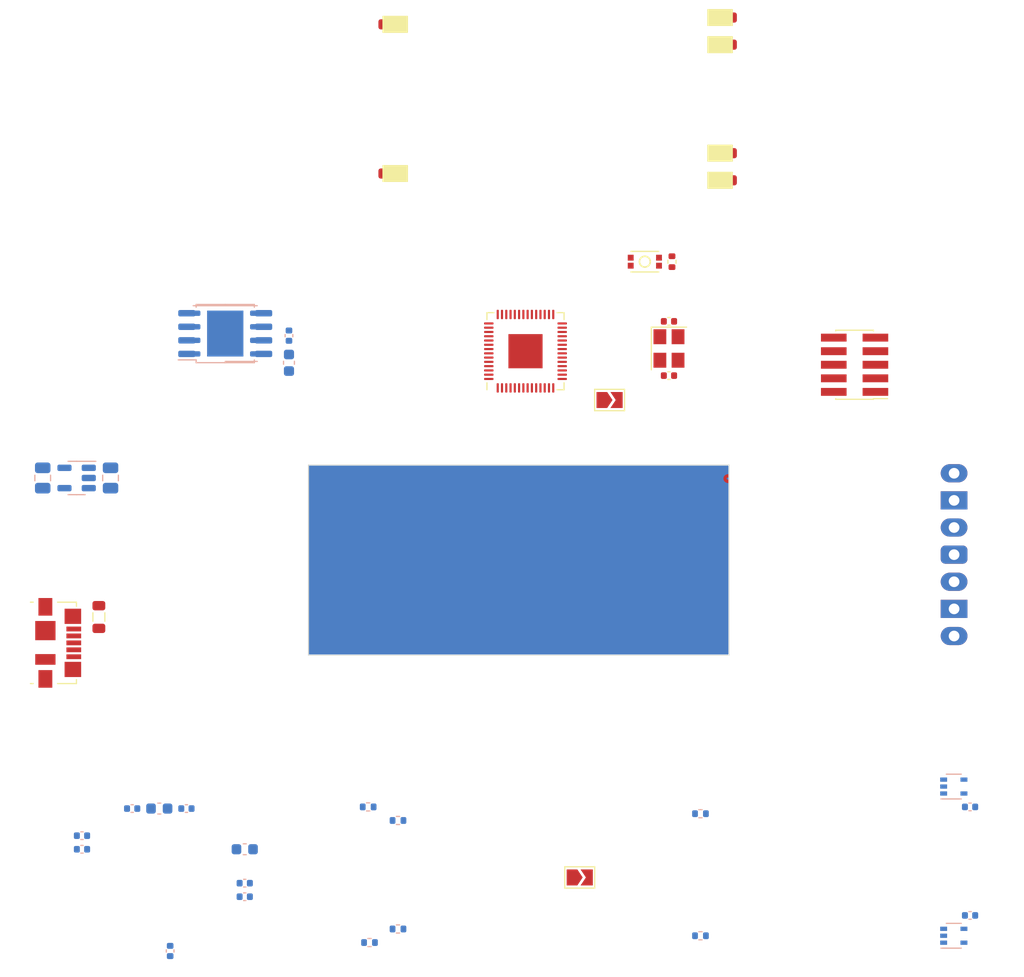
<source format=kicad_pcb>
(kicad_pcb (version 20221018) (generator pcbnew)
  (title_block (title "RP2040-PicoProbe-0010") (date "2024-01-05") (rev "1.0") (company "(c) 2024 Andriy Golovnya") (comment 1 "RP2040 based double-sided Pico Debug Probe") (comment 2 "Designed in Germany"))
  (layers (0 "F.Cu" signal) (1 "In1.Cu" power) (2 "In2.Cu" mixed) (31 "B.Cu" signal) (34 "B.Paste" user) (35 "F.Paste" user) (36 "B.SilkS" user "B.Silkscreen") (37 "F.SilkS" user "F.Silkscreen") (38 "B.Mask" user) (39 "F.Mask" user) (44 "Edge.Cuts" user))
  (net 0 "")
  (net 1 "+3V3")
  (net 2 "GND")
  (net 3 "+1V1")
  (net 4 "VUSB")
  (net 5 "XIN")
  (net 6 "XOUT")
  (net 7 "Net-(D1-A)")
  (net 8 "Net-(D2-A)")
  (net 9 "USB_DP")
  (net 10 "USB_DN")
  (net 11 "VBUS")
  (net 12 "Net-(D4-A)")
  (net 13 "Net-(D5-A)")
  (net 14 "Net-(D6-A)")
  (net 15 "Net-(D7-A)")
  (net 16 "TARGET_TX")
  (net 17 "TARGET_RX")
  (net 18 "TARGET_3V3")
  (net 22 "TARGET_RESET")
  (net 23 "LED_RX")
  (net 24 "LED_TX")
  (net 25 "LED_ACT")
  (net 26 "LED_CON")
  (net 27 "LED_RUN")
  (net 28 "Net-(R7-Pad1)")
  (net 29 "DBG_DIO")
  (net 30 "DBG_CLK")
  (net 31 "QSPI_SS")
  (net 32 "QSPI_SD1")
  (net 33 "QSPI_SD2")
  (net 34 "QSPI_SD0")
  (net 35 "QSPI_SCLK")
  (net 36 "QSPI_SD3")
  (net 38 "UART_RX_BUF")
  (net 41 "DBG_DIO_BUF")
  (net 55 "DBG_RESET")
  (net 56 "HOST_DIO")
  (net 57 "HOST_CLK")
  (net 58 "HOST_RESET")
  (net 59 "HOST_TX")
  (net 60 "HOST_RX")
  (footprint "LED_SMD:LED_0603_1608Metric" (layer "F.Cu") (at 165.8875 65.786)
    (fp_text reference "D7" hide)
    (fp_text value "YELLOW")
    (fp_line (start -1.485 -0.735) (end -1.485 0.735) (stroke (width 0.12)) (layer "F.SilkS"))
    (fp_line (start -1.485 0.735) (end 0.8 0.735) (stroke (width 0.12)) (layer "F.SilkS"))
    (fp_line (start 0.8 -0.735) (end -1.485 -0.735) (stroke (width 0.12)) (layer "F.SilkS"))
    (fp_rect (start -1.485 -0.735) (end 0.8 0.735) (stroke (width 0.1)) (fill solid) (layer "F.SilkS"))
    (pad "1" smd roundrect (at -0.7875 0) (size 0.875 0.95) (layers "F.Cu" "F.Paste" "F.Mask") (net 2 "GND"))
    (pad "2" smd roundrect (at 0.7875 0) (size 0.875 0.95) (layers "F.Cu" "F.Paste" "F.Mask") (net 15 "Net-(D7-A)"))
  )
  (footprint "Inductor_SMD:L_0805_2012Metric" (layer "F.Cu") (at 107.372 106.68 90)
    (fp_text reference "FB2" hide)
    (fp_text value "100@100MHz")
    (fp_line (start -0.399622 -0.56) (end 0.399622 -0.56) (stroke (width 0.12)) (layer "F.SilkS"))
    (fp_line (start -0.399622 0.56) (end 0.399622 0.56) (stroke (width 0.12)) (layer "F.SilkS"))
    (pad "1" smd roundrect (at -1.0625 0 90) (size 0.875 1.2) (layers "F.Cu" "F.Paste" "F.Mask") (net 11 "VBUS"))
    (pad "2" smd roundrect (at 1.0625 0 90) (size 0.875 1.2) (layers "F.Cu" "F.Paste" "F.Mask") (net 4 "VUSB"))
  )
  (footprint "LED_SMD:LED_0603_1608Metric" (layer "F.Cu") (at 134.7725 51.181 180)
    (fp_text reference "D2" hide)
    (fp_text value "RED")
    (fp_line (start -1.485 -0.735) (end -1.485 0.735) (stroke (width 0.12)) (layer "F.SilkS"))
    (fp_line (start -1.485 0.735) (end 0.8 0.735) (stroke (width 0.12)) (layer "F.SilkS"))
    (fp_line (start 0.8 -0.735) (end -1.485 -0.735) (stroke (width 0.12)) (layer "F.SilkS"))
    (fp_rect (start -1.485 -0.735) (end 0.8 0.735) (stroke (width 0.1)) (fill solid) (layer "F.SilkS"))
    (pad "1" smd roundrect (at -0.7875 0 180) (size 0.875 0.95) (layers "F.Cu" "F.Paste" "F.Mask") (net 2 "GND"))
    (pad "2" smd roundrect (at 0.7875 0 180) (size 0.875 0.95) (layers "F.Cu" "F.Paste" "F.Mask") (net 8 "Net-(D2-A)"))
  )
  (footprint "Connector_USB:USB_Micro-B_Molex_47346-0001" (layer "F.Cu") (at 103.562 109.1 -90)
    (fp_text reference "J5" hide)
    (fp_text value "USB_B_Micro")
    (fp_line (start -3.81 -1.71) (end -3.43 -1.71) (stroke (width 0.12)) (layer "F.SilkS"))
    (fp_line (start -3.81 0.06) (end -3.81 -1.71) (stroke (width 0.12)) (layer "F.SilkS"))
    (fp_line (start -3.81 2.6) (end -3.81 2.34) (stroke (width 0.12)) (layer "F.SilkS"))
    (fp_line (start 3.81 -1.71) (end 3.43 -1.71) (stroke (width 0.12)) (layer "F.SilkS"))
    (fp_line (start 3.81 -1.71) (end 3.81 0.06) (stroke (width 0.12)) (layer "F.SilkS"))
    (fp_line (start 3.81 2.34) (end 3.81 2.6) (stroke (width 0.12)) (layer "F.SilkS"))
    (pad "1" smd rect (at -1.3 -1.46 270) (size 0.45 1.38) (layers "F.Cu" "F.Paste" "F.Mask") (net 11 "VBUS"))
    (pad "2" smd rect (at -0.65 -1.46 270) (size 0.45 1.38) (layers "F.Cu" "F.Paste" "F.Mask") (net 10 "USB_DN"))
    (pad "3" smd rect (at 0 -1.46 270) (size 0.45 1.38) (layers "F.Cu" "F.Paste" "F.Mask") (net 9 "USB_DP"))
    (pad "4" smd rect (at 0.65 -1.46 270) (size 0.45 1.38) (layers "F.Cu" "F.Paste" "F.Mask"))
    (pad "5" smd rect (at 1.3 -1.46 270) (size 0.45 1.38) (layers "F.Cu" "F.Paste" "F.Mask") (net 2 "GND"))
    (pad "6" smd rect (at -3.375 1.2 270) (size 1.65 1.3) (layers "F.Cu" "F.Paste" "F.Mask"))
    (pad "6" smd rect (at -2.4875 -1.375 270) (size 1.425 1.55) (layers "F.Cu" "F.Paste" "F.Mask"))
    (pad "6" smd rect (at -1.15 1.2 270) (size 1.8 1.9) (layers "F.Cu" "F.Paste" "F.Mask"))
    (pad "6" smd rect (at 1.55 1.2 270) (size 1 1.9) (layers "F.Cu" "F.Paste" "F.Mask"))
    (pad "6" smd rect (at 2.4875 -1.375 270) (size 1.425 1.55) (layers "F.Cu" "F.Paste" "F.Mask"))
    (pad "6" smd rect (at 3.375 1.2 270) (size 1.65 1.3) (layers "F.Cu" "F.Paste" "F.Mask"))
  )
  (footprint "Capacitor_SMD:C_0402_1005Metric" (layer "F.Cu") (at 160.754 78.994)
    (fp_text reference "C20" hide)
    (fp_text value "12pF")
    (fp_line (start -0.107836 -0.36) (end 0.107836 -0.36) (stroke (width 0.12)) (layer "F.SilkS"))
    (fp_line (start -0.107836 0.36) (end 0.107836 0.36) (stroke (width 0.12)) (layer "F.SilkS"))
    (pad "1" smd roundrect (at -0.48 0) (size 0.56 0.62) (layers "F.Cu" "F.Paste" "F.Mask") (net 6 "XOUT"))
    (pad "2" smd roundrect (at 0.48 0) (size 0.56 0.62) (layers "F.Cu" "F.Paste" "F.Mask") (net 2 "GND"))
  )
  (footprint "Jumper:SolderJumper-2_P1.3mm_Open_TrianglePad1.0x1.5mm" (layer "F.Cu") (at 155.194 86.36)
    (fp_text reference "JP1" hide)
    (fp_text value "SJ_JTAG_3V3")
    (fp_line (start -1.4 -1) (end 1.4 -1) (stroke (width 0.12)) (layer "F.SilkS"))
    (fp_line (start -1.4 1) (end -1.4 -1) (stroke (width 0.12)) (layer "F.SilkS"))
    (fp_line (start 1.4 -1) (end 1.4 1) (stroke (width 0.12)) (layer "F.SilkS"))
    (fp_line (start 1.4 1) (end -1.4 1) (stroke (width 0.12)) (layer "F.SilkS"))
    (pad "1" smd custom (at -0.725 0) (size 0.3 0.3) (layers "F.Cu" "F.Mask") (net 1 "+3V3") (options (clearance outline) (anchor rect)) (primitives (gr_poly (pts (xy 1 0) (xy 0.5 0.75) (xy -0.5 0.75) (xy -0.5 -0.75) (xy 0.5 -0.75)) (width 0) (fill yes))))
    (pad "2" smd custom (at 0.725 0) (size 0.3 0.3) (layers "F.Cu" "F.Mask") (net 18 "TARGET_3V3") (options (clearance outline) (anchor rect)) (primitives (gr_poly (pts (xy 0.5 0.75) (xy -0.65 0.75) (xy -0.15 0) (xy -0.65 -0.75) (xy 0.5 -0.75)) (width 0) (fill yes))))
  )
  (footprint "Package_DFN_QFN:QFN-56-1EP_7x7mm_P0.4mm_EP3.2x3.2mm" (layer "F.Cu") (at 147.32 81.788 90)
    (fp_text reference "U2" hide)
    (fp_text value "RP2040")
    (fp_line (start -3.61 3.61) (end -3.61 2.96) (stroke (width 0.12)) (layer "F.SilkS"))
    (fp_line (start -2.96 -3.61) (end -3.61 -3.61) (stroke (width 0.12)) (layer "F.SilkS"))
    (fp_line (start -2.96 3.61) (end -3.61 3.61) (stroke (width 0.12)) (layer "F.SilkS"))
    (fp_line (start 2.96 -3.61) (end 3.61 -3.61) (stroke (width 0.12)) (layer "F.SilkS"))
    (fp_line (start 2.96 3.61) (end 3.61 3.61) (stroke (width 0.12)) (layer "F.SilkS"))
    (fp_line (start 3.61 -3.61) (end 3.61 -2.96) (stroke (width 0.12)) (layer "F.SilkS"))
    (fp_line (start 3.61 3.61) (end 3.61 2.96) (stroke (width 0.12)) (layer "F.SilkS"))
    (pad "1" smd roundrect (at -3.4375 -2.6 90) (size 0.875 0.2) (layers "F.Cu" "F.Paste" "F.Mask") (net 1 "+3V3"))
    (pad "2" smd roundrect (at -3.4375 -2.2 90) (size 0.875 0.2) (layers "F.Cu" "F.Paste" "F.Mask") (net 59 "HOST_TX"))
    (pad "3" smd roundrect (at -3.4375 -1.8 90) (size 0.875 0.2) (layers "F.Cu" "F.Paste" "F.Mask") (net 60 "HOST_RX"))
    (pad "4" smd roundrect (at -3.4375 -1.4 90) (size 0.875 0.2) (layers "F.Cu" "F.Paste" "F.Mask") (net 25 "LED_ACT"))
    (pad "5" smd roundrect (at -3.4375 -1 90) (size 0.875 0.2) (layers "F.Cu" "F.Paste" "F.Mask"))
    (pad "6" smd roundrect (at -3.4375 -0.6 90) (size 0.875 0.2) (layers "F.Cu" "F.Paste" "F.Mask") (net 16 "TARGET_TX"))
    (pad "7" smd roundrect (at -3.4375 -0.2 90) (size 0.875 0.2) (layers "F.Cu" "F.Paste" "F.Mask") (net 38 "UART_RX_BUF"))
    (pad "8" smd roundrect (at -3.4375 0.2 90) (size 0.875 0.2) (layers "F.Cu" "F.Paste" "F.Mask") (net 17 "TARGET_RX"))
    (pad "9" smd roundrect (at -3.4375 0.6 90) (size 0.875 0.2) (layers "F.Cu" "F.Paste" "F.Mask") (net 23 "LED_RX"))
    (pad "10" smd roundrect (at -3.4375 1 90) (size 0.875 0.2) (layers "F.Cu" "F.Paste" "F.Mask") (net 1 "+3V3"))
    (pad "11" smd roundrect (at -3.4375 1.4 90) (size 0.875 0.2) (layers "F.Cu" "F.Paste" "F.Mask") (net 24 "LED_TX"))
    (pad "12" smd roundrect (at -3.4375 1.8 90) (size 0.875 0.2) (layers "F.Cu" "F.Paste" "F.Mask"))
    (pad "13" smd roundrect (at -3.4375 2.2 90) (size 0.875 0.2) (layers "F.Cu" "F.Paste" "F.Mask") (net 55 "DBG_RESET"))
    (pad "14" smd roundrect (at -3.4375 2.6 90) (size 0.875 0.2) (layers "F.Cu" "F.Paste" "F.Mask"))
    (pad "15" smd roundrect (at -2.6 3.4375 90) (size 0.2 0.875) (layers "F.Cu" "F.Paste" "F.Mask") (net 30 "DBG_CLK"))
    (pad "16" smd roundrect (at -2.2 3.4375 90) (size 0.2 0.875) (layers "F.Cu" "F.Paste" "F.Mask") (net 41 "DBG_DIO_BUF"))
    (pad "17" smd roundrect (at -1.8 3.4375 90) (size 0.2 0.875) (layers "F.Cu" "F.Paste" "F.Mask") (net 29 "DBG_DIO"))
    (pad "18" smd roundrect (at -1.4 3.4375 90) (size 0.2 0.875) (layers "F.Cu" "F.Paste" "F.Mask") (net 26 "LED_CON"))
    (pad "19" smd roundrect (at -1 3.4375 90) (size 0.2 0.875) (layers "F.Cu" "F.Paste" "F.Mask") (net 2 "GND"))
    (pad "20" smd roundrect (at -0.6 3.4375 90) (size 0.2 0.875) (layers "F.Cu" "F.Paste" "F.Mask") (net 5 "XIN"))
    (pad "21" smd roundrect (at -0.2 3.4375 90) (size 0.2 0.875) (layers "F.Cu" "F.Paste" "F.Mask") (net 6 "XOUT"))
    (pad "22" smd roundrect (at 0.2 3.4375 90) (size 0.2 0.875) (layers "F.Cu" "F.Paste" "F.Mask") (net 1 "+3V3"))
    (pad "23" smd roundrect (at 0.6 3.4375 90) (size 0.2 0.875) (layers "F.Cu" "F.Paste" "F.Mask") (net 3 "+1V1"))
    (pad "24" smd roundrect (at 1 3.4375 90) (size 0.2 0.875) (layers "F.Cu" "F.Paste" "F.Mask") (net 57 "HOST_CLK"))
    (pad "25" smd roundrect (at 1.4 3.4375 90) (size 0.2 0.875) (layers "F.Cu" "F.Paste" "F.Mask") (net 56 "HOST_DIO"))
    (pad "26" smd roundrect (at 1.8 3.4375 90) (size 0.2 0.875) (layers "F.Cu" "F.Paste" "F.Mask") (net 58 "HOST_RESET"))
    (pad "27" smd roundrect (at 2.2 3.4375 90) (size 0.2 0.875) (layers "F.Cu" "F.Paste" "F.Mask") (net 27 "LED_RUN"))
    (pad "28" smd roundrect (at 2.6 3.4375 90) (size 0.2 0.875) (layers "F.Cu" "F.Paste" "F.Mask"))
    (pad "29" smd roundrect (at 3.4375 2.6 90) (size 0.875 0.2) (layers "F.Cu" "F.Paste" "F.Mask"))
    (pad "30" smd roundrect (at 3.4375 2.2 90) (size 0.875 0.2) (layers "F.Cu" "F.Paste" "F.Mask"))
    (pad "31" smd roundrect (at 3.4375 1.8 90) (size 0.875 0.2) (layers "F.Cu" "F.Paste" "F.Mask"))
    (pad "32" smd roundrect (at 3.4375 1.4 90) (size 0.875 0.2) (layers "F.Cu" "F.Paste" "F.Mask"))
    (pad "33" smd roundrect (at 3.4375 1 90) (size 0.875 0.2) (layers "F.Cu" "F.Paste" "F.Mask") (net 1 "+3V3"))
    (pad "34" smd roundrect (at 3.4375 0.6 90) (size 0.875 0.2) (layers "F.Cu" "F.Paste" "F.Mask"))
    (pad "35" smd roundrect (at 3.4375 0.2 90) (size 0.875 0.2) (layers "F.Cu" "F.Paste" "F.Mask"))
    (pad "36" smd roundrect (at 3.4375 -0.2 90) (size 0.875 0.2) (layers "F.Cu" "F.Paste" "F.Mask"))
    (pad "37" smd roundrect (at 3.4375 -0.6 90) (size 0.875 0.2) (layers "F.Cu" "F.Paste" "F.Mask"))
    (pad "38" smd roundrect (at 3.4375 -1 90) (size 0.875 0.2) (layers "F.Cu" "F.Paste" "F.Mask"))
    (pad "39" smd roundrect (at 3.4375 -1.4 90) (size 0.875 0.2) (layers "F.Cu" "F.Paste" "F.Mask"))
    (pad "40" smd roundrect (at 3.4375 -1.8 90) (size 0.875 0.2) (layers "F.Cu" "F.Paste" "F.Mask"))
    (pad "41" smd roundrect (at 3.4375 -2.2 90) (size 0.875 0.2) (layers "F.Cu" "F.Paste" "F.Mask"))
    (pad "42" smd roundrect (at 3.4375 -2.6 90) (size 0.875 0.2) (layers "F.Cu" "F.Paste" "F.Mask") (net 1 "+3V3"))
    (pad "43" smd roundrect (at 2.6 -3.4375 90) (size 0.2 0.875) (layers "F.Cu" "F.Paste" "F.Mask") (net 1 "+3V3"))
    (pad "44" smd roundrect (at 2.2 -3.4375 90) (size 0.2 0.875) (layers "F.Cu" "F.Paste" "F.Mask") (net 1 "+3V3"))
    (pad "45" smd roundrect (at 1.8 -3.4375 90) (size 0.2 0.875) (layers "F.Cu" "F.Paste" "F.Mask") (net 3 "+1V1"))
    (pad "46" smd roundrect (at 1.4 -3.4375 90) (size 0.2 0.875) (layers "F.Cu" "F.Paste" "F.Mask") (net 10 "USB_DN"))
    (pad "47" smd roundrect (at 1 -3.4375 90) (size 0.2 0.875) (layers "F.Cu" "F.Paste" "F.Mask") (net 9 "USB_DP"))
    (pad "48" smd roundrect (at 0.6 -3.4375 90) (size 0.2 0.875) (layers "F.Cu" "F.Paste" "F.Mask") (net 1 "+3V3"))
    (pad "49" smd roundrect (at 0.2 -3.4375 90) (size 0.2 0.875) (layers "F.Cu" "F.Paste" "F.Mask") (net 1 "+3V3"))
    (pad "50" smd roundrect (at -0.2 -3.4375 90) (size 0.2 0.875) (layers "F.Cu" "F.Paste" "F.Mask") (net 3 "+1V1"))
    (pad "51" smd roundrect (at -0.6 -3.4375 90) (size 0.2 0.875) (layers "F.Cu" "F.Paste" "F.Mask") (net 36 "QSPI_SD3"))
    (pad "52" smd roundrect (at -1 -3.4375 90) (size 0.2 0.875) (layers "F.Cu" "F.Paste" "F.Mask") (net 35 "QSPI_SCLK"))
    (pad "53" smd roundrect (at -1.4 -3.4375 90) (size 0.2 0.875) (layers "F.Cu" "F.Paste" "F.Mask") (net 34 "QSPI_SD0"))
    (pad "54" smd roundrect (at -1.8 -3.4375 90) (size 0.2 0.875) (layers "F.Cu" "F.Paste" "F.Mask") (net 33 "QSPI_SD2"))
    (pad "55" smd roundrect (at -2.2 -3.4375 90) (size 0.2 0.875) (layers "F.Cu" "F.Paste" "F.Mask") (net 32 "QSPI_SD1"))
    (pad "56" smd roundrect (at -2.6 -3.4375 90) (size 0.2 0.875) (layers "F.Cu" "F.Paste" "F.Mask") (net 31 "QSPI_SS"))
    (pad "57" smd rect (at 0 0 90) (size 3.2 3.2) (layers "F.Cu" "F.Mask") (net 2 "GND"))
  )
  (footprint "Resistor_SMD:R_0402_1005Metric" (layer "F.Cu") (at 161.036 73.406 90)
    (fp_text reference "R7" hide)
    (fp_text value "1k")
    (fp_line (start -0.153641 -0.38) (end 0.153641 -0.38) (stroke (width 0.12)) (layer "F.SilkS"))
    (fp_line (start -0.153641 0.38) (end 0.153641 0.38) (stroke (width 0.12)) (layer "F.SilkS"))
    (pad "1" smd roundrect (at -0.51 0 90) (size 0.54 0.64) (layers "F.Cu" "F.Paste" "F.Mask") (net 28 "Net-(R7-Pad1)"))
    (pad "2" smd roundrect (at 0.51 0 90) (size 0.54 0.64) (layers "F.Cu" "F.Paste" "F.Mask") (net 2 "GND"))
  )
  (footprint "Capacitor_SMD:C_0402_1005Metric" (layer "F.Cu") (at 160.754 84.074 180)
    (fp_text reference "C19" hide)
    (fp_text value "12pF")
    (fp_line (start -0.107836 -0.36) (end 0.107836 -0.36) (stroke (width 0.12)) (layer "F.SilkS"))
    (fp_line (start -0.107836 0.36) (end 0.107836 0.36) (stroke (width 0.12)) (layer "F.SilkS"))
    (pad "1" smd roundrect (at -0.48 0 180) (size 0.56 0.62) (layers "F.Cu" "F.Paste" "F.Mask") (net 5 "XIN"))
    (pad "2" smd roundrect (at 0.48 0 180) (size 0.56 0.62) (layers "F.Cu" "F.Paste" "F.Mask") (net 2 "GND"))
  )
  (footprint "Connector_PinHeader_1.27mm:PinHeader_2x05_P1.27mm_Vertical_SMD" (layer "F.Cu") (at 178.136 83.058 180)
    (fp_text reference "J7" hide)
    (fp_text value "CONN_DBG_JTAG")
    (fp_line (start -3.09 -3.17) (end -1.765 -3.17) (stroke (width 0.12)) (layer "F.SilkS"))
    (fp_line (start -1.765 -3.235) (end -1.765 -3.17) (stroke (width 0.12)) (layer "F.SilkS"))
    (fp_line (start -1.765 -3.235) (end 1.765 -3.235) (stroke (width 0.12)) (layer "F.SilkS"))
    (fp_line (start -1.765 3.17) (end -1.765 3.235) (stroke (width 0.12)) (layer "F.SilkS"))
    (fp_line (start -1.765 3.235) (end 1.765 3.235) (stroke (width 0.12)) (layer "F.SilkS"))
    (fp_line (start 1.765 -3.235) (end 1.765 -3.17) (stroke (width 0.12)) (layer "F.SilkS"))
    (fp_line (start 1.765 3.17) (end 1.765 3.235) (stroke (width 0.12)) (layer "F.SilkS"))
    (pad "1" smd rect (at -1.95 -2.54 180) (size 2.4 0.74) (layers "F.Cu" "F.Paste" "F.Mask") (net 18 "TARGET_3V3"))
    (pad "2" smd rect (at 1.95 -2.54 180) (size 2.4 0.74) (layers "F.Cu" "F.Paste" "F.Mask") (net 29 "DBG_DIO"))
    (pad "3" smd rect (at -1.95 -1.27 180) (size 2.4 0.74) (layers "F.Cu" "F.Paste" "F.Mask") (net 2 "GND"))
    (pad "4" smd rect (at 1.95 -1.27 180) (size 2.4 0.74) (layers "F.Cu" "F.Paste" "F.Mask") (net 30 "DBG_CLK"))
    (pad "5" smd rect (at -1.95 0 180) (size 2.4 0.74) (layers "F.Cu" "F.Paste" "F.Mask") (net 2 "GND"))
    (pad "6" smd rect (at 1.95 0 180) (size 2.4 0.74) (layers "F.Cu" "F.Paste" "F.Mask"))
    (pad "7" smd rect (at -1.95 1.27 180) (size 2.4 0.74) (layers "F.Cu" "F.Paste" "F.Mask"))
    (pad "8" smd rect (at 1.95 1.27 180) (size 2.4 0.74) (layers "F.Cu" "F.Paste" "F.Mask"))
    (pad "9" smd rect (at -1.95 2.54 180) (size 2.4 0.74) (layers "F.Cu" "F.Paste" "F.Mask") (net 2 "GND"))
    (pad "10" smd rect (at 1.95 2.54 180) (size 2.4 0.74) (layers "F.Cu" "F.Paste" "F.Mask") (net 22 "TARGET_RESET"))
  )
  (footprint "Connector_PinSocket_2.54mm:PinSocket_1x07_P2.54mm_Vertical" (layer "F.Cu") (at 187.452 93.218)
    (fp_text reference "J2" hide)
    (fp_text value "CONN_DBG_COMB")
    (pad "1" thru_hole oval (at 0 0) (size 2.5 1.7) (drill 1) (layers "*.Cu" "*.Mask") (net 16 "TARGET_TX"))
    (pad "2" thru_hole rect (at 0 2.54) (size 2.5 1.7) (drill 1) (layers "*.Cu" "*.Mask") (net 2 "GND"))
    (pad "3" thru_hole oval (at 0 5.08) (size 2.5 1.7) (drill 1) (layers "*.Cu" "*.Mask") (net 17 "TARGET_RX"))
    (pad "4" thru_hole roundrect (at 0 7.62) (size 2.5 1.7) (drill 1) (layers "*.Cu" "*.Mask") (net 1 "+3V3"))
    (pad "5" thru_hole oval (at 0 10.16) (size 2.5 1.7) (drill 1) (layers "*.Cu" "*.Mask") (net 30 "DBG_CLK"))
    (pad "6" thru_hole rect (at 0 12.7) (size 2.5 1.7) (drill 1) (layers "*.Cu" "*.Mask") (net 2 "GND"))
    (pad "7" thru_hole oval (at 0 15.24) (size 2.5 1.7) (drill 1) (layers "*.Cu" "*.Mask") (net 29 "DBG_DIO"))
  )
  (footprint "lib:SW_EVPBB0AAB000" (layer "F.Cu") (at 158.496 73.406)
    (fp_text reference "S1" hide)
    (fp_text value "BOOTSEL")
    (fp_line (start -1.3 -0.9635) (end 1.3 -0.9635) (stroke (width 0.127)) (layer "F.SilkS"))
    (fp_line (start -1.3 0.9635) (end 1.3 0.9635) (stroke (width 0.127)) (layer "F.SilkS"))
    (pad "A1" smd rect (at -1.325 -0.375) (size 0.55 0.55) (layers "F.Cu" "F.Mask") (net 31 "QSPI_SS"))
    (pad "A2" smd rect (at -1.325 0.375) (size 0.55 0.55) (layers "F.Cu" "F.Mask") (net 31 "QSPI_SS"))
    (pad "B1" smd rect (at 1.325 -0.375) (size 0.55 0.55) (layers "F.Cu" "F.Mask") (net 28 "Net-(R7-Pad1)"))
    (pad "B2" smd rect (at 1.325 0.375) (size 0.55 0.55) (layers "F.Cu" "F.Mask") (net 28 "Net-(R7-Pad1)"))
    (zone (net 0) (net_name "") (layer "F.Cu") (connect_pads (clearance 0)) (min_thickness 0.01)
      (keepout (tracks not_allowed) (vias not_allowed) (pads not_allowed) (copperpour not_allowed) (footprints allowed))
      (fill (thermal_gap 0.508) (thermal_bridge_width 0.508))
      (polygon (pts (xy 157.49364 72.606) (xy 159.496 72.606) (xy 159.496 74.207888) (xy 157.49364 74.207888)))
    )
  )
  (footprint "LED_SMD:LED_0603_1608Metric" (layer "F.Cu") (at 165.8875 53.086)
    (fp_text reference "D1" hide)
    (fp_text value "GREEN")
    (fp_line (start -1.485 -0.735) (end -1.485 0.735) (stroke (width 0.12)) (layer "F.SilkS"))
    (fp_line (start -1.485 0.735) (end 0.8 0.735) (stroke (width 0.12)) (layer "F.SilkS"))
    (fp_line (start 0.8 -0.735) (end -1.485 -0.735) (stroke (width 0.12)) (layer "F.SilkS"))
    (fp_rect (start -1.485 -0.735) (end 0.8 0.735) (stroke (width 0.1)) (fill solid) (layer "F.SilkS"))
    (pad "1" smd roundrect (at -0.7875 0) (size 0.875 0.95) (layers "F.Cu" "F.Paste" "F.Mask") (net 2 "GND"))
    (pad "2" smd roundrect (at 0.7875 0) (size 0.875 0.95) (layers "F.Cu" "F.Paste" "F.Mask") (net 7 "Net-(D1-A)"))
  )
  (footprint "LED_SMD:LED_0603_1608Metric" (layer "F.Cu") (at 165.8875 50.546)
    (fp_text reference "D4" hide)
    (fp_text value "YELLOW")
    (fp_line (start -1.485 -0.735) (end -1.485 0.735) (stroke (width 0.12)) (layer "F.SilkS"))
    (fp_line (start -1.485 0.735) (end 0.8 0.735) (stroke (width 0.12)) (layer "F.SilkS"))
    (fp_line (start 0.8 -0.735) (end -1.485 -0.735) (stroke (width 0.12)) (layer "F.SilkS"))
    (fp_rect (start -1.485 -0.735) (end 0.8 0.735) (stroke (width 0.1)) (fill solid) (layer "F.SilkS"))
    (pad "1" smd roundrect (at -0.7875 0) (size 0.875 0.95) (layers "F.Cu" "F.Paste" "F.Mask") (net 2 "GND"))
    (pad "2" smd roundrect (at 0.7875 0) (size 0.875 0.95) (layers "F.Cu" "F.Paste" "F.Mask") (net 12 "Net-(D4-A)"))
  )
  (footprint "LED_SMD:LED_0603_1608Metric" (layer "F.Cu") (at 134.7725 65.151 180)
    (fp_text reference "D5" hide)
    (fp_text value "RED")
    (fp_line (start -1.485 -0.735) (end -1.485 0.735) (stroke (width 0.12)) (layer "F.SilkS"))
    (fp_line (start -1.485 0.735) (end 0.8 0.735) (stroke (width 0.12)) (layer "F.SilkS"))
    (fp_line (start 0.8 -0.735) (end -1.485 -0.735) (stroke (width 0.12)) (layer "F.SilkS"))
    (fp_rect (start -1.485 -0.735) (end 0.8 0.735) (stroke (width 0.1)) (fill solid) (layer "F.SilkS"))
    (pad "1" smd roundrect (at -0.7875 0 180) (size 0.875 0.95) (layers "F.Cu" "F.Paste" "F.Mask") (net 2 "GND"))
    (pad "2" smd roundrect (at 0.7875 0 180) (size 0.875 0.95) (layers "F.Cu" "F.Paste" "F.Mask") (net 13 "Net-(D5-A)"))
  )
  (footprint "Crystal:Crystal_SMD_3225-4Pin_3.2x2.5mm" (layer "F.Cu") (at 160.754 81.534 -90)
    (fp_text reference "Y1" hide)
    (fp_text value "12MHz")
    (fp_line (start -2 -1.65) (end -2 1.65) (stroke (width 0.12)) (layer "F.SilkS"))
    (fp_line (start -2 1.65) (end 2 1.65) (stroke (width 0.12)) (layer "F.SilkS"))
    (pad "1" smd rect (at -1.1 0.85 270) (size 1.4 1.2) (layers "F.Cu" "F.Paste" "F.Mask") (net 6 "XOUT"))
    (pad "2" smd rect (at 1.1 0.85 270) (size 1.4 1.2) (layers "F.Cu" "F.Paste" "F.Mask") (net 2 "GND"))
    (pad "3" smd rect (at 1.1 -0.85 270) (size 1.4 1.2) (layers "F.Cu" "F.Paste" "F.Mask") (net 5 "XIN"))
    (pad "4" smd rect (at -1.1 -0.85 270) (size 1.4 1.2) (layers "F.Cu" "F.Paste" "F.Mask") (net 2 "GND"))
  )
  (footprint "Jumper:SolderJumper-2_P1.3mm_Open_TrianglePad1.0x1.5mm" (layer "F.Cu") (at 152.4 131.064)
    (fp_text reference "JP2" hide)
    (fp_text value "SJ_RESET")
    (fp_line (start -1.4 -1) (end 1.4 -1) (stroke (width 0.12)) (layer "F.SilkS"))
    (fp_line (start -1.4 1) (end -1.4 -1) (stroke (width 0.12)) (layer "F.SilkS"))
    (fp_line (start 1.4 -1) (end 1.4 1) (stroke (width 0.12)) (layer "F.SilkS"))
    (fp_line (start 1.4 1) (end -1.4 1) (stroke (width 0.12)) (layer "F.SilkS"))
    (pad "1" smd custom (at -0.725 0) (size 0.3 0.3) (layers "F.Cu" "F.Mask") (net 55 "DBG_RESET") (options (clearance outline) (anchor rect)) (primitives (gr_poly (pts (xy 1 0) (xy 0.5 0.75) (xy -0.5 0.75) (xy -0.5 -0.75) (xy 0.5 -0.75)) (width 0) (fill yes))))
    (pad "2" smd custom (at 0.725 0) (size 0.3 0.3) (layers "F.Cu" "F.Mask") (net 22 "TARGET_RESET") (options (clearance outline) (anchor rect)) (primitives (gr_poly (pts (xy 0.5 0.75) (xy -0.65 0.75) (xy -0.15 0) (xy -0.65 -0.75) (xy 0.5 -0.75)) (width 0) (fill yes))))
  )
  (footprint "LED_SMD:LED_0603_1608Metric" (layer "F.Cu") (at 165.8875 63.246)
    (fp_text reference "D6" hide)
    (fp_text value "GREEN")
    (fp_line (start -1.485 -0.735) (end -1.485 0.735) (stroke (width 0.12)) (layer "F.SilkS"))
    (fp_line (start -1.485 0.735) (end 0.8 0.735) (stroke (width 0.12)) (layer "F.SilkS"))
    (fp_line (start 0.8 -0.735) (end -1.485 -0.735) (stroke (width 0.12)) (layer "F.SilkS"))
    (fp_rect (start -1.485 -0.735) (end 0.8 0.735) (stroke (width 0.1)) (fill solid) (layer "F.SilkS"))
    (pad "1" smd roundrect (at -0.7875 0) (size 0.875 0.95) (layers "F.Cu" "F.Paste" "F.Mask") (net 2 "GND"))
    (pad "2" smd roundrect (at 0.7875 0) (size 0.875 0.95) (layers "F.Cu" "F.Paste" "F.Mask") (net 14 "Net-(D6-A)"))
  )
  (footprint "Capacitor_SMD:C_0402_1005Metric" (layer "B.Cu") (at 110.49 124.615 180)
    (fp_text reference "C4" hide)
    (fp_text value "100nF")
    (fp_line (start -0.107836 -0.36) (end 0.107836 -0.36) (stroke (width 0.12)) (layer "B.SilkS"))
    (fp_line (start -0.107836 0.36) (end 0.107836 0.36) (stroke (width 0.12)) (layer "B.SilkS"))
    (pad "1" smd roundrect (at -0.48 0 180) (size 0.56 0.62) (layers "B.Cu" "B.Paste" "B.Mask") (net 1 "+3V3"))
    (pad "2" smd roundrect (at 0.48 0 180) (size 0.56 0.62) (layers "B.Cu" "B.Paste" "B.Mask") (net 2 "GND"))
  )
  (footprint "Capacitor_SMD:C_0603_1608Metric" (layer "B.Cu") (at 121.031 128.425)
    (fp_text reference "C5" hide)
    (fp_text value "2.2uF")
    (fp_line (start -0.14058 -0.51) (end 0.14058 -0.51) (stroke (width 0.12)) (layer "B.SilkS"))
    (fp_line (start -0.14058 0.51) (end 0.14058 0.51) (stroke (width 0.12)) (layer "B.SilkS"))
    (pad "1" smd roundrect (at -0.775 0) (size 0.9 0.95) (layers "B.Cu" "B.Paste" "B.Mask") (net 3 "+1V1"))
    (pad "2" smd roundrect (at 0.775 0) (size 0.9 0.95) (layers "B.Cu" "B.Paste" "B.Mask") (net 2 "GND"))
  )
  (footprint "Capacitor_SMD:C_0402_1005Metric" (layer "B.Cu") (at 105.791 128.425 180)
    (fp_text reference "C11" hide)
    (fp_text value "100nF")
    (fp_line (start -0.107836 -0.36) (end 0.107836 -0.36) (stroke (width 0.12)) (layer "B.SilkS"))
    (fp_line (start -0.107836 0.36) (end 0.107836 0.36) (stroke (width 0.12)) (layer "B.SilkS"))
    (pad "1" smd roundrect (at -0.48 0 180) (size 0.56 0.62) (layers "B.Cu" "B.Paste" "B.Mask") (net 1 "+3V3"))
    (pad "2" smd roundrect (at 0.48 0 180) (size 0.56 0.62) (layers "B.Cu" "B.Paste" "B.Mask") (net 2 "GND"))
  )
  (footprint "Package_TO_SOT_SMD:SOT-353_SC-70-5" (layer "B.Cu") (at 187.424 122.555)
    (fp_text reference "U3" hide)
    (fp_text value "74AUP1T17")
    (fp_line (start -0.7 -1.16) (end 0.7 -1.16) (stroke (width 0.12)) (layer "B.SilkS"))
    (fp_line (start 0.7 1.16) (end -1.2 1.16) (stroke (width 0.12)) (layer "B.SilkS"))
    (pad "1" smd rect (at -0.95 0.65) (size 0.65 0.4) (layers "B.Cu" "B.Paste" "B.Mask"))
    (pad "2" smd rect (at -0.95 0) (size 0.65 0.4) (layers "B.Cu" "B.Paste" "B.Mask") (net 17 "TARGET_RX"))
    (pad "3" smd rect (at -0.95 -0.65) (size 0.65 0.4) (layers "B.Cu" "B.Paste" "B.Mask") (net 2 "GND"))
    (pad "4" smd rect (at 0.95 -0.65) (size 0.65 0.4) (layers "B.Cu" "B.Paste" "B.Mask") (net 38 "UART_RX_BUF"))
    (pad "5" smd rect (at 0.95 0.65) (size 0.65 0.4) (layers "B.Cu" "B.Paste" "B.Mask") (net 1 "+3V3"))
  )
  (footprint "Capacitor_SMD:C_0402_1005Metric" (layer "B.Cu") (at 121.031 132.87)
    (fp_text reference "C9" hide)
    (fp_text value "100nF")
    (fp_line (start -0.107836 -0.36) (end 0.107836 -0.36) (stroke (width 0.12)) (layer "B.SilkS"))
    (fp_line (start -0.107836 0.36) (end 0.107836 0.36) (stroke (width 0.12)) (layer "B.SilkS"))
    (pad "1" smd roundrect (at -0.48 0) (size 0.56 0.62) (layers "B.Cu" "B.Paste" "B.Mask") (net 3 "+1V1"))
    (pad "2" smd roundrect (at 0.48 0) (size 0.56 0.62) (layers "B.Cu" "B.Paste" "B.Mask") (net 2 "GND"))
  )
  (footprint "Package_TO_SOT_SMD:SOT-353_SC-70-5" (layer "B.Cu") (at 187.424 136.525)
    (fp_text reference "U6" hide)
    (fp_text value "74AUP1T17")
    (fp_line (start -0.7 -1.16) (end 0.7 -1.16) (stroke (width 0.12)) (layer "B.SilkS"))
    (fp_line (start 0.7 1.16) (end -1.2 1.16) (stroke (width 0.12)) (layer "B.SilkS"))
    (pad "1" smd rect (at -0.95 0.65) (size 0.65 0.4) (layers "B.Cu" "B.Paste" "B.Mask"))
    (pad "2" smd rect (at -0.95 0) (size 0.65 0.4) (layers "B.Cu" "B.Paste" "B.Mask") (net 29 "DBG_DIO"))
    (pad "3" smd rect (at -0.95 -0.65) (size 0.65 0.4) (layers "B.Cu" "B.Paste" "B.Mask") (net 2 "GND"))
    (pad "4" smd rect (at 0.95 -0.65) (size 0.65 0.4) (layers "B.Cu" "B.Paste" "B.Mask") (net 41 "DBG_DIO_BUF"))
    (pad "5" smd rect (at 0.95 0.65) (size 0.65 0.4) (layers "B.Cu" "B.Paste" "B.Mask") (net 1 "+3V3"))
  )
  (footprint "Capacitor_SMD:C_0402_1005Metric" (layer "B.Cu") (at 188.948 124.46)
    (fp_text reference "C17" hide)
    (fp_text value "100nF")
    (fp_line (start -0.107836 -0.36) (end 0.107836 -0.36) (stroke (width 0.12)) (layer "B.SilkS"))
    (fp_line (start -0.107836 0.36) (end 0.107836 0.36) (stroke (width 0.12)) (layer "B.SilkS"))
    (pad "1" smd roundrect (at -0.48 0) (size 0.56 0.62) (layers "B.Cu" "B.Paste" "B.Mask") (net 1 "+3V3"))
    (pad "2" smd roundrect (at 0.48 0) (size 0.56 0.62) (layers "B.Cu" "B.Paste" "B.Mask") (net 2 "GND"))
  )
  (footprint "Capacitor_SMD:C_0603_1608Metric" (layer "B.Cu") (at 113.03 124.615)
    (fp_text reference "C1" hide)
    (fp_text value "2.2uF")
    (fp_line (start -0.14058 -0.51) (end 0.14058 -0.51) (stroke (width 0.12)) (layer "B.SilkS"))
    (fp_line (start -0.14058 0.51) (end 0.14058 0.51) (stroke (width 0.12)) (layer "B.SilkS"))
    (pad "1" smd roundrect (at -0.775 0) (size 0.9 0.95) (layers "B.Cu" "B.Paste" "B.Mask") (net 1 "+3V3"))
    (pad "2" smd roundrect (at 0.775 0) (size 0.9 0.95) (layers "B.Cu" "B.Paste" "B.Mask") (net 2 "GND"))
  )
  (footprint "Resistor_SMD:R_0402_1005Metric" (layer "B.Cu") (at 163.703 136.525)
    (fp_text reference "R3" hide)
    (fp_text value "1k")
    (fp_line (start -0.153641 -0.38) (end 0.153641 -0.38) (stroke (width 0.12)) (layer "B.SilkS"))
    (fp_line (start -0.153641 0.38) (end 0.153641 0.38) (stroke (width 0.12)) (layer "B.SilkS"))
    (pad "1" smd roundrect (at -0.51 0) (size 0.54 0.64) (layers "B.Cu" "B.Paste" "B.Mask") (net 25 "LED_ACT"))
    (pad "2" smd roundrect (at 0.51 0) (size 0.54 0.64) (layers "B.Cu" "B.Paste" "B.Mask") (net 13 "Net-(D5-A)"))
  )
  (footprint "Capacitor_SMD:C_0402_1005Metric" (layer "B.Cu") (at 188.948 134.62)
    (fp_text reference "C13" hide)
    (fp_text value "100nF")
    (fp_line (start -0.107836 -0.36) (end 0.107836 -0.36) (stroke (width 0.12)) (layer "B.SilkS"))
    (fp_line (start -0.107836 0.36) (end 0.107836 0.36) (stroke (width 0.12)) (layer "B.SilkS"))
    (pad "1" smd roundrect (at -0.48 0) (size 0.56 0.62) (layers "B.Cu" "B.Paste" "B.Mask") (net 1 "+3V3"))
    (pad "2" smd roundrect (at 0.48 0) (size 0.56 0.62) (layers "B.Cu" "B.Paste" "B.Mask") (net 2 "GND"))
  )
  (footprint "Capacitor_SMD:C_0805_2012Metric" (layer "B.Cu") (at 102.1135 93.66 90)
    (fp_text reference "C14" hide)
    (fp_text value "10uF")
    (fp_line (start -0.261252 -0.735) (end 0.261252 -0.735) (stroke (width 0.12)) (layer "B.SilkS"))
    (fp_line (start -0.261252 0.735) (end 0.261252 0.735) (stroke (width 0.12)) (layer "B.SilkS"))
    (pad "1" smd roundrect (at -0.95 0 90) (size 1 1.45) (layers "B.Cu" "B.Paste" "B.Mask") (net 1 "+3V3"))
    (pad "2" smd roundrect (at 0.95 0 90) (size 1 1.45) (layers "B.Cu" "B.Paste" "B.Mask") (net 2 "GND"))
  )
  (footprint "Resistor_SMD:R_0402_1005Metric" (layer "B.Cu") (at 132.713 137.16 180)
    (fp_text reference "R5" hide)
    (fp_text value "1k")
    (fp_line (start -0.153641 -0.38) (end 0.153641 -0.38) (stroke (width 0.12)) (layer "B.SilkS"))
    (fp_line (start -0.153641 0.38) (end 0.153641 0.38) (stroke (width 0.12)) (layer "B.SilkS"))
    (pad "1" smd roundrect (at -0.51 0 180) (size 0.54 0.64) (layers "B.Cu" "B.Paste" "B.Mask") (net 27 "LED_RUN"))
    (pad "2" smd roundrect (at 0.51 0 180) (size 0.54 0.64) (layers "B.Cu" "B.Paste" "B.Mask") (net 15 "Net-(D7-A)"))
  )
  (footprint "Capacitor_SMD:C_0402_1005Metric" (layer "B.Cu") (at 105.791 127.155 180)
    (fp_text reference "C18" hide)
    (fp_text value "100nF")
    (fp_line (start -0.107836 -0.36) (end 0.107836 -0.36) (stroke (width 0.12)) (layer "B.SilkS"))
    (fp_line (start -0.107836 0.36) (end 0.107836 0.36) (stroke (width 0.12)) (layer "B.SilkS"))
    (pad "1" smd roundrect (at -0.48 0 180) (size 0.56 0.62) (layers "B.Cu" "B.Paste" "B.Mask") (net 3 "+1V1"))
    (pad "2" smd roundrect (at 0.48 0 180) (size 0.56 0.62) (layers "B.Cu" "B.Paste" "B.Mask") (net 2 "GND"))
  )
  (footprint "Resistor_SMD:R_0402_1005Metric" (layer "B.Cu") (at 135.382 125.73 180)
    (fp_text reference "R1" hide)
    (fp_text value "1k")
    (fp_line (start -0.153641 -0.38) (end 0.153641 -0.38) (stroke (width 0.12)) (layer "B.SilkS"))
    (fp_line (start -0.153641 0.38) (end 0.153641 0.38) (stroke (width 0.12)) (layer "B.SilkS"))
    (pad "1" smd roundrect (at -0.51 0 180) (size 0.54 0.64) (layers "B.Cu" "B.Paste" "B.Mask") (net 23 "LED_RX"))
    (pad "2" smd roundrect (at 0.51 0 180) (size 0.54 0.64) (layers "B.Cu" "B.Paste" "B.Mask") (net 7 "Net-(D1-A)"))
  )
  (footprint "Capacitor_SMD:C_0603_1608Metric" (layer "B.Cu") (at 125.17275 82.872 -90)
    (fp_text reference "C16" hide)
    (fp_text value "2.2uF")
    (fp_line (start -0.14058 -0.51) (end 0.14058 -0.51) (stroke (width 0.12)) (layer "B.SilkS"))
    (fp_line (start -0.14058 0.51) (end 0.14058 0.51) (stroke (width 0.12)) (layer "B.SilkS"))
    (pad "1" smd roundrect (at -0.775 0 270) (size 0.9 0.95) (layers "B.Cu" "B.Paste" "B.Mask") (net 1 "+3V3"))
    (pad "2" smd roundrect (at 0.775 0 270) (size 0.9 0.95) (layers "B.Cu" "B.Paste" "B.Mask") (net 2 "GND"))
  )
  (footprint "Resistor_SMD:R_0402_1005Metric" (layer "B.Cu") (at 163.703 125.095)
    (fp_text reference "R6" hide)
    (fp_text value "1k")
    (fp_line (start -0.153641 -0.38) (end 0.153641 -0.38) (stroke (width 0.12)) (layer "B.SilkS"))
    (fp_line (start -0.153641 0.38) (end 0.153641 0.38) (stroke (width 0.12)) (layer "B.SilkS"))
    (pad "1" smd roundrect (at -0.51 0) (size 0.54 0.64) (layers "B.Cu" "B.Paste" "B.Mask") (net 1 "+3V3"))
    (pad "2" smd roundrect (at 0.51 0) (size 0.54 0.64) (layers "B.Cu" "B.Paste" "B.Mask") (net 8 "Net-(D2-A)"))
  )
  (footprint "Resistor_SMD:R_0402_1005Metric" (layer "B.Cu") (at 135.382 135.89 180)
    (fp_text reference "R4" hide)
    (fp_text value "1k")
    (fp_line (start -0.153641 -0.38) (end 0.153641 -0.38) (stroke (width 0.12)) (layer "B.SilkS"))
    (fp_line (start -0.153641 0.38) (end 0.153641 0.38) (stroke (width 0.12)) (layer "B.SilkS"))
    (pad "1" smd roundrect (at -0.51 0 180) (size 0.54 0.64) (layers "B.Cu" "B.Paste" "B.Mask") (net 26 "LED_CON"))
    (pad "2" smd roundrect (at 0.51 0 180) (size 0.54 0.64) (layers "B.Cu" "B.Paste" "B.Mask") (net 14 "Net-(D6-A)"))
  )
  (footprint "Package_SO:SOIC-8_5.23x5.23mm_P1.27mm" (layer "B.Cu") (at 119.20375 80.137)
    (fp_text reference "U1" hide)
    (fp_text value "W25Q128JVS")
    (fp_line (start -2.725 -2.725) (end -2.725 -2.465) (stroke (width 0.12)) (layer "B.SilkS"))
    (fp_line (start -2.725 2.465) (end -4.4 2.465) (stroke (width 0.12)) (layer "B.SilkS"))
    (fp_line (start -2.725 2.725) (end -2.725 2.465) (stroke (width 0.12)) (layer "B.SilkS"))
    (fp_line (start 0 -2.725) (end -2.725 -2.725) (stroke (width 0.12)) (layer "B.SilkS"))
    (fp_line (start 0 -2.725) (end 2.725 -2.725) (stroke (width 0.12)) (layer "B.SilkS"))
    (fp_line (start 0 2.725) (end -2.725 2.725) (stroke (width 0.12)) (layer "B.SilkS"))
    (fp_line (start 0 2.725) (end 2.725 2.725) (stroke (width 0.12)) (layer "B.SilkS"))
    (fp_line (start 2.725 -2.725) (end 2.725 -2.465) (stroke (width 0.12)) (layer "B.SilkS"))
    (fp_line (start 2.725 2.725) (end 2.725 2.465) (stroke (width 0.12)) (layer "B.SilkS"))
    (pad "1" smd roundrect (at -3.6 1.905) (size 1.6 0.6) (layers "B.Cu" "B.Paste" "B.Mask") (net 31 "QSPI_SS"))
    (pad "2" smd roundrect (at -3.6 0.635) (size 1.6 0.6) (layers "B.Cu" "B.Paste" "B.Mask") (net 32 "QSPI_SD1"))
    (pad "3" smd roundrect (at -3.6 -0.635) (size 1.6 0.6) (layers "B.Cu" "B.Paste" "B.Mask") (net 33 "QSPI_SD2"))
    (pad "4" smd roundrect (at -3.6 -1.905) (size 1.6 0.6) (layers "B.Cu" "B.Paste" "B.Mask") (net 2 "GND"))
    (pad "5" smd roundrect (at 3.6 -1.905) (size 1.6 0.6) (layers "B.Cu" "B.Paste" "B.Mask") (net 34 "QSPI_SD0"))
    (pad "6" smd roundrect (at 3.6 -0.635) (size 1.6 0.6) (layers "B.Cu" "B.Paste" "B.Mask") (net 35 "QSPI_SCLK"))
    (pad "7" smd roundrect (at 3.6 0.635) (size 1.6 0.6) (layers "B.Cu" "B.Paste" "B.Mask") (net 36 "QSPI_SD3"))
    (pad "8" smd roundrect (at 3.6 1.905) (size 1.6 0.6) (layers "B.Cu" "B.Paste" "B.Mask") (net 1 "+3V3"))
  )
  (footprint "Package_TO_SOT_SMD:SOT-23-5" (layer "B.Cu") (at 105.2885 93.66 180)
    (fp_text reference "U5" hide)
    (fp_text value "MIC5205-3.3YM5")
    (fp_line (start 0 -1.56) (end -0.8 -1.56) (stroke (width 0.12)) (layer "B.SilkS"))
    (fp_line (start 0 -1.56) (end 0.8 -1.56) (stroke (width 0.12)) (layer "B.SilkS"))
    (fp_line (start 0 1.56) (end -1.8 1.56) (stroke (width 0.12)) (layer "B.SilkS"))
    (fp_line (start 0 1.56) (end 0.8 1.56) (stroke (width 0.12)) (layer "B.SilkS"))
    (pad "1" smd roundrect (at -1.1375 0.95 180) (size 1.325 0.6) (layers "B.Cu" "B.Paste" "B.Mask") (net 4 "VUSB"))
    (pad "2" smd roundrect (at -1.1375 0 180) (size 1.325 0.6) (layers "B.Cu" "B.Paste" "B.Mask") (net 2 "GND"))
    (pad "3" smd roundrect (at -1.1375 -0.95 180) (size 1.325 0.6) (layers "B.Cu" "B.Paste" "B.Mask") (net 4 "VUSB"))
    (pad "4" smd roundrect (at 1.1375 -0.95 180) (size 1.325 0.6) (layers "B.Cu" "B.Paste" "B.Mask"))
    (pad "5" smd roundrect (at 1.1375 0.95 180) (size 1.325 0.6) (layers "B.Cu" "B.Paste" "B.Mask") (net 1 "+3V3"))
  )
  (footprint "Capacitor_SMD:C_0402_1005Metric" (layer "B.Cu") (at 125.17275 80.332 90)
    (fp_text reference "C2" hide)
    (fp_text value "100nF")
    (fp_line (start -0.107836 -0.36) (end 0.107836 -0.36) (stroke (width 0.12)) (layer "B.SilkS"))
    (fp_line (start -0.107836 0.36) (end 0.107836 0.36) (stroke (width 0.12)) (layer "B.SilkS"))
    (pad "1" smd roundrect (at -0.48 0 90) (size 0.56 0.62) (layers "B.Cu" "B.Paste" "B.Mask") (net 1 "+3V3"))
    (pad "2" smd roundrect (at 0.48 0 90) (size 0.56 0.62) (layers "B.Cu" "B.Paste" "B.Mask") (net 2 "GND"))
  )
  (footprint "Capacitor_SMD:C_0402_1005Metric" (layer "B.Cu") (at 115.57 124.615 180)
    (fp_text reference "C6" hide)
    (fp_text value "100nF")
    (fp_line (start -0.107836 -0.36) (end 0.107836 -0.36) (stroke (width 0.12)) (layer "B.SilkS"))
    (fp_line (start -0.107836 0.36) (end 0.107836 0.36) (stroke (width 0.12)) (layer "B.SilkS"))
    (pad "1" smd roundrect (at -0.48 0 180) (size 0.56 0.62) (layers "B.Cu" "B.Paste" "B.Mask") (net 1 "+3V3"))
    (pad "2" smd roundrect (at 0.48 0 180) (size 0.56 0.62) (layers "B.Cu" "B.Paste" "B.Mask") (net 2 "GND"))
  )
  (footprint "Resistor_SMD:R_0402_1005Metric" (layer "B.Cu") (at 132.588 124.46 180)
    (fp_text reference "R2" hide)
    (fp_text value "1k")
    (fp_line (start -0.153641 -0.38) (end 0.153641 -0.38) (stroke (width 0.12)) (layer "B.SilkS"))
    (fp_line (start -0.153641 0.38) (end 0.153641 0.38) (stroke (width 0.12)) (layer "B.SilkS"))
    (pad "1" smd roundrect (at -0.51 0 180) (size 0.54 0.64) (layers "B.Cu" "B.Paste" "B.Mask") (net 24 "LED_TX"))
    (pad "2" smd roundrect (at 0.51 0 180) (size 0.54 0.64) (layers "B.Cu" "B.Paste" "B.Mask") (net 12 "Net-(D4-A)"))
  )
  (footprint "Package_SON:WSON-8-1EP_6x5mm_P1.27mm_EP3.4x4.3mm" (layer "B.Cu") (at 119.20375 80.137)
    (fp_text reference "U4" hide)
    (fp_text value "W25Q128JVEIQ")
    (fp_line (start -3 -2.61) (end 3 -2.61) (stroke (width 0.12)) (layer "B.SilkS"))
    (fp_line (start 0 2.61) (end 3 2.61) (stroke (width 0.12)) (layer "B.SilkS"))
    (pad "1" smd roundrect (at -2.7 1.905) (size 0.75 0.5) (layers "B.Cu" "B.Paste" "B.Mask") (net 31 "QSPI_SS"))
    (pad "2" smd roundrect (at -2.7 0.635) (size 0.75 0.5) (layers "B.Cu" "B.Paste" "B.Mask") (net 32 "QSPI_SD1"))
    (pad "3" smd roundrect (at -2.7 -0.635) (size 0.75 0.5) (layers "B.Cu" "B.Paste" "B.Mask") (net 33 "QSPI_SD2"))
    (pad "4" smd roundrect (at -2.7 -1.905) (size 0.75 0.5) (layers "B.Cu" "B.Paste" "B.Mask") (net 2 "GND"))
    (pad "5" smd roundrect (at 2.7 -1.905) (size 0.75 0.5) (layers "B.Cu" "B.Paste" "B.Mask") (net 34 "QSPI_SD0"))
    (pad "6" smd roundrect (at 2.7 -0.635) (size 0.75 0.5) (layers "B.Cu" "B.Paste" "B.Mask") (net 35 "QSPI_SCLK"))
    (pad "7" smd roundrect (at 2.7 0.635) (size 0.75 0.5) (layers "B.Cu" "B.Paste" "B.Mask") (net 36 "QSPI_SD3"))
    (pad "8" smd roundrect (at 2.7 1.905) (size 0.75 0.5) (layers "B.Cu" "B.Paste" "B.Mask") (net 1 "+3V3"))
    (pad "9" smd rect (at 0 0) (size 3.4 4.3) (layers "B.Cu" "B.Mask") (net 2 "GND"))
  )
  (footprint "Capacitor_SMD:C_0402_1005Metric" (layer "B.Cu") (at 114.046 137.95 -90)
    (fp_text reference "C10" hide)
    (fp_text value "100nF")
    (fp_line (start -0.107836 -0.36) (end 0.107836 -0.36) (stroke (width 0.12)) (layer "B.SilkS"))
    (fp_line (start -0.107836 0.36) (end 0.107836 0.36) (stroke (width 0.12)) (layer "B.SilkS"))
    (pad "1" smd roundrect (at -0.48 0 270) (size 0.56 0.62) (layers "B.Cu" "B.Paste" "B.Mask") (net 1 "+3V3"))
    (pad "2" smd roundrect (at 0.48 0 270) (size 0.56 0.62) (layers "B.Cu" "B.Paste" "B.Mask") (net 2 "GND"))
  )
  (footprint "Capacitor_SMD:C_0805_2012Metric" (layer "B.Cu") (at 108.4635 93.66 90)
    (fp_text reference "C15" hide)
    (fp_text value "10uF")
    (fp_line (start -0.261252 -0.735) (end 0.261252 -0.735) (stroke (width 0.12)) (layer "B.SilkS"))
    (fp_line (start -0.261252 0.735) (end 0.261252 0.735) (stroke (width 0.12)) (layer "B.SilkS"))
    (pad "1" smd roundrect (at -0.95 0 90) (size 1 1.45) (layers "B.Cu" "B.Paste" "B.Mask") (net 4 "VUSB"))
    (pad "2" smd roundrect (at 0.95 0 90) (size 1 1.45) (layers "B.Cu" "B.Paste" "B.Mask") (net 2 "GND"))
  )
  (footprint "Capacitor_SMD:C_0402_1005Metric" (layer "B.Cu") (at 121.031 131.6)
    (fp_text reference "C8" hide)
    (fp_text value "100nF")
    (fp_line (start -0.107836 -0.36) (end 0.107836 -0.36) (stroke (width 0.12)) (layer "B.SilkS"))
    (fp_line (start -0.107836 0.36) (end 0.107836 0.36) (stroke (width 0.12)) (layer "B.SilkS"))
    (pad "1" smd roundrect (at -0.48 0) (size 0.56 0.62) (layers "B.Cu" "B.Paste" "B.Mask") (net 1 "+3V3"))
    (pad "2" smd roundrect (at 0.48 0) (size 0.56 0.62) (layers "B.Cu" "B.Paste" "B.Mask") (net 2 "GND"))
  )
  (gr_circle (center 158.496 73.406) (end 159.004 73.406) (stroke (width 0.15)) (fill none) (layer "F.SilkS"))
  (gr_line (start 166.37 92.456) (end 127 92.456) (stroke (width 0.1)) (layer "Edge.Cuts"))
  (gr_line (start 166.37 110.236) (end 166.37 92.456) (stroke (width 0.1)) (layer "Edge.Cuts"))
  (gr_line (start 127 110.236) (end 166.37 110.236) (stroke (width 0.1)) (layer "Edge.Cuts"))
  (gr_line (start 127 92.456) (end 127 110.236) (stroke (width 0.1)) (layer "Edge.Cuts"))
  (segment (start 166.257341 93.713341) (end 166.27 93.726) (width 0.2) (layer "B.Cu") (net 16))
  (zone (net 2) (net_name "GND") (layers "F.Cu" "In1.Cu" "B.Cu") (connect_pads yes (clearance 0.3)) (min_thickness 0.25) (fill yes (thermal_gap 0.5) (thermal_bridge_width 0.5))
    (polygon (pts (xy 127 92.456) (xy 127 110.236) (xy 169.037 110.236) (xy 169.037 92.456)))
  )
)
</source>
